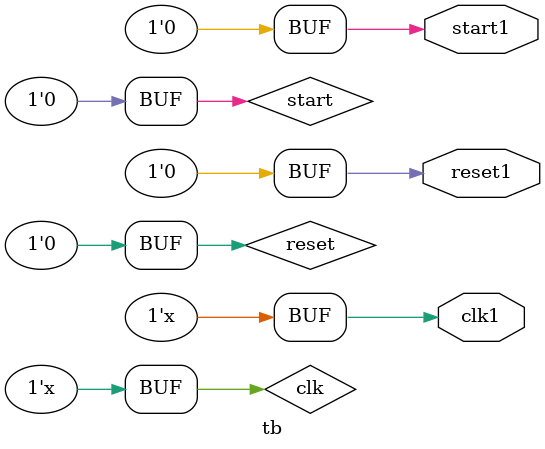
<source format=v>
module tb(clk1,reset1,start1);
parameter width=8;

output clk1;
output reset1;
output start1;

reg clk;
reg reset;
reg start1;

initial begin
clk<=0;
reset<=0;
start<=0;
#1 reset<=1;
#2 reset<=0;
#3 start<=1;
#1 start<=0;
#40 start<=1;
#2 start<=0;

end

always #1 clk =~clk;

assign clk=clk1;
assign reset=reset1;
assign start=start1;

endmodule


</source>
